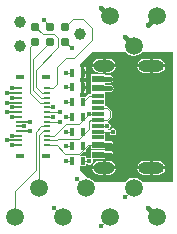
<source format=gtl>
G04*
G04 #@! TF.GenerationSoftware,Altium Limited,Altium Designer,25.8.1 (18)*
G04*
G04 Layer_Physical_Order=1*
G04 Layer_Color=255*
%FSLAX44Y44*%
%MOMM*%
G71*
G04*
G04 #@! TF.SameCoordinates,1E3846C3-62AB-4AEE-BE3D-F3B3455204D7*
G04*
G04*
G04 #@! TF.FilePolarity,Positive*
G04*
G01*
G75*
%ADD11R,0.6500X0.3200*%
%ADD12R,0.4750X0.2200*%
%ADD13R,1.0000X0.6000*%
%ADD14R,1.0000X0.3000*%
%ADD15R,0.4000X0.7000*%
%ADD26C,0.7874*%
%ADD27C,1.5000*%
%ADD28C,0.1000*%
%ADD29C,0.4000*%
%ADD30C,0.2000*%
%ADD31C,0.9906*%
%ADD32O,2.2000X1.0000*%
%ADD33O,1.8000X1.0000*%
%ADD34C,0.4000*%
G36*
X148216Y45000D02*
X121928D01*
X121802Y45219D01*
X120219Y46802D01*
X118281Y47921D01*
X116119Y48500D01*
X113881D01*
X111719Y47921D01*
X109781Y46802D01*
X108198Y45219D01*
X108072Y45000D01*
X81928D01*
X81802Y45219D01*
X80219Y46802D01*
X78281Y47921D01*
X76639Y48361D01*
X70000Y55000D01*
Y58000D01*
X75000D01*
Y60104D01*
X75462Y60296D01*
X75801Y59957D01*
X76903Y59500D01*
X78097D01*
X79199Y59957D01*
X80043Y60801D01*
X80500Y61903D01*
Y63097D01*
X80298Y63584D01*
X80576Y64000D01*
X91000D01*
Y64941D01*
X95000D01*
X95295Y65000D01*
X95597D01*
X95875Y65115D01*
X96171Y65174D01*
X96421Y65341D01*
X96699Y65457D01*
X96912Y65670D01*
X97163Y65837D01*
X97330Y66088D01*
X97543Y66301D01*
X97659Y66579D01*
X97826Y66829D01*
X97885Y67125D01*
X98000Y67403D01*
Y67705D01*
X98059Y68000D01*
X98000Y68295D01*
Y68597D01*
X97885Y68875D01*
X97826Y69170D01*
X97659Y69421D01*
X97543Y69699D01*
X97330Y69912D01*
X97163Y70163D01*
X96912Y70330D01*
X96699Y70543D01*
X96421Y70658D01*
X96171Y70826D01*
X95875Y70885D01*
X95597Y71000D01*
X95295D01*
X95000Y71059D01*
X91000D01*
Y72000D01*
X79000D01*
Y65576D01*
X78584Y65298D01*
X78097Y65500D01*
X76903D01*
X75801Y65043D01*
X75462Y64704D01*
X75000Y64896D01*
Y67000D01*
X70000D01*
Y67704D01*
X72796Y70500D01*
X75000D01*
Y72704D01*
X77172Y74876D01*
X79000D01*
Y72500D01*
X91000D01*
Y73441D01*
X95000D01*
X95295Y73500D01*
X95597D01*
X95875Y73615D01*
X96171Y73674D01*
X96421Y73841D01*
X96699Y73957D01*
X96912Y74170D01*
X97163Y74337D01*
X97330Y74588D01*
X97543Y74801D01*
X97659Y75079D01*
X97826Y75329D01*
X97885Y75625D01*
X98000Y75903D01*
Y76205D01*
X98059Y76500D01*
X98000Y76796D01*
Y77097D01*
X97885Y77375D01*
X97826Y77670D01*
X97659Y77921D01*
X97543Y78199D01*
X97330Y78412D01*
X97163Y78663D01*
X96912Y78830D01*
X96699Y79043D01*
X96421Y79159D01*
X96171Y79326D01*
X95875Y79385D01*
X95597Y79500D01*
X95295D01*
X95000Y79559D01*
X91000D01*
Y85876D01*
X94925D01*
X94957Y85801D01*
X95801Y84957D01*
X96903Y84500D01*
X98097D01*
X99199Y84957D01*
X100043Y85801D01*
X100500Y86903D01*
Y88097D01*
X100043Y89199D01*
X99199Y90043D01*
X98097Y90500D01*
X96903D01*
X95801Y90043D01*
X94957Y89199D01*
X94925Y89124D01*
X93495D01*
X93395Y89624D01*
X94199Y89957D01*
X95043Y90801D01*
X95500Y91903D01*
Y93097D01*
X95043Y94199D01*
X94199Y95043D01*
X93097Y95500D01*
X92898D01*
X92798Y96000D01*
X93648Y96352D01*
X96148Y98852D01*
X96624Y100000D01*
Y105000D01*
X96148Y106148D01*
X93648Y108648D01*
X92500Y109124D01*
X91000D01*
Y119500D01*
X91000Y120000D01*
X91000Y120588D01*
X91354Y120941D01*
X95000D01*
X95295Y121000D01*
X95597D01*
X95875Y121115D01*
X96171Y121174D01*
X96421Y121341D01*
X96699Y121457D01*
X96912Y121670D01*
X97163Y121837D01*
X97330Y122088D01*
X97543Y122301D01*
X97659Y122579D01*
X97826Y122829D01*
X97885Y123125D01*
X98000Y123403D01*
Y123705D01*
X98059Y124000D01*
X98000Y124296D01*
Y124597D01*
X97885Y124875D01*
X97826Y125170D01*
X97659Y125421D01*
X97543Y125699D01*
X97330Y125912D01*
X97163Y126163D01*
X96912Y126330D01*
X96699Y126543D01*
X96421Y126658D01*
X96171Y126826D01*
X95875Y126885D01*
X95597Y127000D01*
X95295D01*
X95000Y127059D01*
X91354D01*
X91000Y127412D01*
X91000Y128000D01*
X91000Y128588D01*
X91354Y128941D01*
X95000D01*
X95295Y129000D01*
X95597D01*
X95875Y129115D01*
X96171Y129174D01*
X96421Y129341D01*
X96699Y129457D01*
X96912Y129670D01*
X97163Y129837D01*
X97330Y130088D01*
X97543Y130301D01*
X97659Y130579D01*
X97826Y130829D01*
X97885Y131125D01*
X98000Y131403D01*
Y131705D01*
X98059Y132000D01*
X98000Y132296D01*
Y132597D01*
X97885Y132875D01*
X97826Y133170D01*
X97659Y133421D01*
X97543Y133699D01*
X97330Y133912D01*
X97163Y134163D01*
X96912Y134330D01*
X96699Y134543D01*
X96421Y134659D01*
X96171Y134826D01*
X95875Y134885D01*
X95597Y135000D01*
X95295D01*
X95000Y135059D01*
X91000D01*
Y136000D01*
X79000D01*
Y128500D01*
X79000Y128000D01*
X79000Y127500D01*
Y120500D01*
X79000Y120000D01*
X79000Y119477D01*
X78646Y119124D01*
X77000D01*
X75852Y118648D01*
X74204Y117000D01*
X70000D01*
Y120500D01*
X70730D01*
Y125000D01*
Y129500D01*
X70000D01*
Y133000D01*
X70730D01*
Y137500D01*
Y142000D01*
X70000D01*
Y145000D01*
X80000Y155000D01*
Y155000D01*
X108072D01*
X108198Y154781D01*
X109781Y153198D01*
X111719Y152079D01*
X113881Y151500D01*
X116119D01*
X118281Y152079D01*
X120219Y153198D01*
X121802Y154781D01*
X121928Y155000D01*
X148216D01*
Y45000D01*
D02*
G37*
%LPC*%
G36*
X94000Y149318D02*
X91270D01*
Y144470D01*
X99865D01*
X99652Y145541D01*
X98326Y147526D01*
X96341Y148852D01*
X94000Y149318D01*
D02*
G37*
G36*
X136000D02*
X131270D01*
Y144470D01*
X141865D01*
X141652Y145541D01*
X140326Y147526D01*
X138341Y148852D01*
X136000Y149318D01*
D02*
G37*
G36*
X88730D02*
X86000D01*
X83659Y148852D01*
X81674Y147526D01*
X80348Y145541D01*
X80135Y144470D01*
X88730D01*
Y149318D01*
D02*
G37*
G36*
X128730D02*
X124000D01*
X121659Y148852D01*
X119674Y147526D01*
X118348Y145541D01*
X118135Y144470D01*
X128730D01*
Y149318D01*
D02*
G37*
G36*
X75000Y142000D02*
X73270D01*
Y138770D01*
X75000D01*
Y142000D01*
D02*
G37*
G36*
X141865Y141930D02*
X131270D01*
Y137082D01*
X136000D01*
X138341Y137548D01*
X140326Y138874D01*
X141652Y140859D01*
X141865Y141930D01*
D02*
G37*
G36*
X128730D02*
X118135D01*
X118348Y140859D01*
X119674Y138874D01*
X121659Y137548D01*
X124000Y137082D01*
X128730D01*
Y141930D01*
D02*
G37*
G36*
X99865D02*
X91270D01*
Y137082D01*
X94000D01*
X96341Y137548D01*
X98326Y138874D01*
X99652Y140859D01*
X99865Y141930D01*
D02*
G37*
G36*
X88730D02*
X80135D01*
X80348Y140859D01*
X81674Y138874D01*
X83659Y137548D01*
X86000Y137082D01*
X88730D01*
Y141930D01*
D02*
G37*
G36*
X75000Y136230D02*
X73270D01*
Y133000D01*
X75000D01*
Y136230D01*
D02*
G37*
G36*
Y129500D02*
X73270D01*
Y126270D01*
X75000D01*
Y129500D01*
D02*
G37*
G36*
Y123730D02*
X73270D01*
Y120500D01*
X75000D01*
Y123730D01*
D02*
G37*
G36*
X136000Y62917D02*
X131270D01*
Y58070D01*
X141865D01*
X141652Y59141D01*
X140326Y61126D01*
X138341Y62452D01*
X136000Y62917D01*
D02*
G37*
G36*
X94000D02*
X91270D01*
Y58070D01*
X99865D01*
X99652Y59141D01*
X98326Y61126D01*
X96341Y62452D01*
X94000Y62917D01*
D02*
G37*
G36*
X88730D02*
X86000D01*
X83659Y62452D01*
X81674Y61126D01*
X80348Y59141D01*
X80135Y58070D01*
X88730D01*
Y62917D01*
D02*
G37*
G36*
X128730D02*
X124000D01*
X121659Y62452D01*
X119674Y61126D01*
X118348Y59141D01*
X118135Y58070D01*
X128730D01*
Y62917D01*
D02*
G37*
G36*
X141865Y55530D02*
X131270D01*
Y50682D01*
X136000D01*
X138341Y51148D01*
X140326Y52474D01*
X141652Y54459D01*
X141865Y55530D01*
D02*
G37*
G36*
X128730D02*
X118135D01*
X118348Y54459D01*
X119674Y52474D01*
X121659Y51148D01*
X124000Y50682D01*
X128730D01*
Y55530D01*
D02*
G37*
G36*
X99865D02*
X91270D01*
Y50682D01*
X94000D01*
X96341Y51148D01*
X98326Y52474D01*
X99652Y54459D01*
X99865Y55530D01*
D02*
G37*
G36*
X88730D02*
X80135D01*
X80348Y54459D01*
X81674Y52474D01*
X83659Y51148D01*
X86000Y50682D01*
X88730D01*
Y55530D01*
D02*
G37*
%LPD*%
D11*
X40850Y66500D02*
D03*
Y133500D02*
D03*
X19150D02*
D03*
Y66500D02*
D03*
D12*
X17880Y124000D02*
D03*
Y120000D02*
D03*
Y116000D02*
D03*
Y112000D02*
D03*
Y108000D02*
D03*
Y104000D02*
D03*
Y100000D02*
D03*
Y96000D02*
D03*
Y92000D02*
D03*
Y88000D02*
D03*
Y84000D02*
D03*
Y80000D02*
D03*
Y76000D02*
D03*
X42125Y124000D02*
D03*
Y120000D02*
D03*
Y116000D02*
D03*
Y112000D02*
D03*
Y108000D02*
D03*
Y104000D02*
D03*
Y100000D02*
D03*
Y96000D02*
D03*
Y92000D02*
D03*
Y88000D02*
D03*
Y84000D02*
D03*
Y80000D02*
D03*
Y76000D02*
D03*
D13*
X85000Y68000D02*
D03*
Y76500D02*
D03*
Y132000D02*
D03*
Y124000D02*
D03*
D14*
Y82500D02*
D03*
Y87500D02*
D03*
Y92500D02*
D03*
Y117500D02*
D03*
Y112500D02*
D03*
Y107500D02*
D03*
Y102500D02*
D03*
Y97500D02*
D03*
D15*
X72000Y100000D02*
D03*
X63000D02*
D03*
X72000Y87500D02*
D03*
X63000D02*
D03*
X72000Y75000D02*
D03*
X63000D02*
D03*
X72000Y137500D02*
D03*
X63000D02*
D03*
Y112500D02*
D03*
X72000D02*
D03*
X63000Y62500D02*
D03*
X72000D02*
D03*
Y125000D02*
D03*
X63000D02*
D03*
D26*
X31900Y163650D02*
D03*
Y176350D02*
D03*
X44600Y163650D02*
D03*
Y176350D02*
D03*
X57300Y163650D02*
D03*
Y176350D02*
D03*
D27*
X115000Y160000D02*
D03*
X55000Y15000D02*
D03*
X115000Y40000D02*
D03*
X95000Y185000D02*
D03*
X135000D02*
D03*
X135000Y15000D02*
D03*
X75000Y40000D02*
D03*
X35000D02*
D03*
X95000Y15000D02*
D03*
X15000D02*
D03*
D28*
X50000Y76000D02*
X57250Y68750D01*
X57500Y125000D02*
X63000D01*
X85000Y117500D02*
X85000Y117500D01*
X57500Y62500D02*
X63000D01*
X57500Y100000D02*
X63000D01*
X57500Y137500D02*
X63000D01*
X57500Y112500D02*
X63000D01*
X76500Y76500D02*
X85000D01*
X55000Y15000D02*
Y15000D01*
X47500Y22500D02*
X55000Y15000D01*
X67500Y47500D02*
X75000Y40000D01*
X107500Y32500D02*
X115000Y40000D01*
X107500Y32500D02*
X107500D01*
X72000Y62500D02*
X77500D01*
X77500Y62500D01*
X85000Y87500D02*
X97500D01*
X97500Y87500D01*
X15000Y15000D02*
Y37500D01*
X37000Y92000D02*
X42125D01*
X35000Y40000D02*
Y85000D01*
X38000Y88000D01*
X42125D01*
X77000Y117500D02*
X85000D01*
X72000Y112500D02*
X77000Y117500D01*
X42125Y76000D02*
X50000D01*
X42125Y100000D02*
X47000D01*
X95000Y15000D02*
Y15000D01*
X87500Y7500D02*
X95000Y15000D01*
X38250Y170000D02*
X48000D01*
X31900Y176350D02*
X38250Y170000D01*
X48000D02*
X51250Y166750D01*
X80000Y165000D02*
Y175000D01*
X46500Y124000D02*
X50000Y127500D01*
X42125Y124000D02*
X46500D01*
X72500Y182500D02*
X80000Y175000D01*
X63450Y182500D02*
X72500D01*
X57300Y176350D02*
X63450Y182500D01*
X51250Y158750D02*
Y166750D01*
X27500Y159250D02*
X31900Y163650D01*
X30000Y149050D02*
X44600Y163650D01*
X32500Y140000D02*
X51250Y158750D01*
X27500Y120000D02*
Y159250D01*
X35500Y112000D02*
X42125D01*
X27500Y120000D02*
X35500Y112000D01*
X30000Y122500D02*
Y149050D01*
X36500Y116000D02*
X42125D01*
X30000Y122500D02*
X36500Y116000D01*
X37500Y120000D02*
X42125D01*
X32500Y125000D02*
X37500Y120000D01*
X32500Y125000D02*
Y140000D01*
X42125Y108000D02*
X47000D01*
X42125Y104000D02*
X52500D01*
X42125Y96000D02*
X52500D01*
X15000Y37500D02*
X32500Y55000D01*
Y87500D01*
X37000Y92000D01*
X57300Y163650D02*
X62975Y157975D01*
X50000Y127500D02*
Y142500D01*
X57500Y150000D02*
X65000D01*
X50000Y142500D02*
X57500Y150000D01*
X65000D02*
X80000Y165000D01*
X39000Y181950D02*
X44600Y176350D01*
X57500Y87500D02*
X63000D01*
X68750Y68750D02*
X76500Y76500D01*
X57250Y68750D02*
X68750D01*
X57500Y75000D02*
X63000D01*
X72750Y85250D02*
X77500Y90000D01*
X68750Y81250D02*
X72750Y85250D01*
X77500Y90000D02*
Y96250D01*
X95000Y100000D02*
Y105000D01*
X92500Y97500D02*
X95000Y100000D01*
X85000Y97500D02*
X92500D01*
X92500Y107500D02*
X95000Y105000D01*
X85000Y107500D02*
X92500D01*
X77500Y96250D02*
X78750Y97500D01*
X85000D01*
X57750Y93750D02*
X68750D01*
X54389Y90389D02*
X57750Y93750D01*
X85000Y92500D02*
X92500D01*
X92500Y92500D01*
X77500Y102500D02*
X85000D01*
X68750Y93750D02*
X72750Y97750D01*
X77500Y102500D01*
X42125Y84000D02*
X48000D01*
X54389Y90389D01*
X51250Y81250D02*
X68750D01*
X50000Y80000D02*
X51250Y81250D01*
X42125Y80000D02*
X50000D01*
D29*
X85000Y68000D02*
X95000D01*
X85000Y124000D02*
X95000D01*
X85000Y76500D02*
X95000D01*
X85000Y132000D02*
X95000D01*
X87500Y192500D02*
X95000Y185000D01*
X107500Y167500D02*
X115000Y160000D01*
X107500Y167500D02*
X107500D01*
X127500Y177500D02*
X135000Y185000D01*
X127500Y22500D02*
X135000Y15000D01*
X127500Y22500D02*
Y22500D01*
D30*
X12500Y124000D02*
X17880D01*
X7500Y120000D02*
X17880D01*
X12500Y116000D02*
X17880D01*
X7500Y112000D02*
X17880D01*
X12500Y108000D02*
X17880D01*
X7500Y104000D02*
X17880D01*
X12500Y100000D02*
X17880D01*
Y92000D02*
X22500D01*
X17880Y96000D02*
X27500D01*
X17880Y88000D02*
X27500D01*
X12500Y84000D02*
X17880D01*
X7500Y80000D02*
X17880D01*
X12500Y76000D02*
X17880D01*
D31*
X19200Y180160D02*
D03*
Y159840D02*
D03*
X70000Y170000D02*
D03*
D32*
X130000Y56800D02*
D03*
Y143200D02*
D03*
D33*
X90000Y56800D02*
D03*
Y143200D02*
D03*
D34*
X95000Y132000D02*
D03*
Y124000D02*
D03*
Y76500D02*
D03*
Y68000D02*
D03*
X57500Y62500D02*
D03*
Y137500D02*
D03*
Y100000D02*
D03*
Y125000D02*
D03*
Y112500D02*
D03*
X47500Y22500D02*
D03*
X67500Y47500D02*
D03*
X107500Y32500D02*
D03*
X87500Y192500D02*
D03*
X107500Y167500D02*
D03*
X127500Y177500D02*
D03*
Y22500D02*
D03*
X77500Y62500D02*
D03*
X97500Y87500D02*
D03*
X47000Y100000D02*
D03*
X87500Y7500D02*
D03*
X47000Y108000D02*
D03*
X52500Y104000D02*
D03*
Y96000D02*
D03*
X12500Y124000D02*
D03*
X7500Y120000D02*
D03*
X12500Y116000D02*
D03*
X7500Y112000D02*
D03*
X12500Y108000D02*
D03*
X7500Y104000D02*
D03*
X12500Y100000D02*
D03*
X27500Y96000D02*
D03*
X22500Y92000D02*
D03*
X27500Y88000D02*
D03*
X12500Y84000D02*
D03*
X7500Y80000D02*
D03*
X12500Y76000D02*
D03*
X62975Y157975D02*
D03*
X39000Y181950D02*
D03*
X57500Y87500D02*
D03*
Y75000D02*
D03*
X92500Y92500D02*
D03*
X77500Y102500D02*
D03*
M02*

</source>
